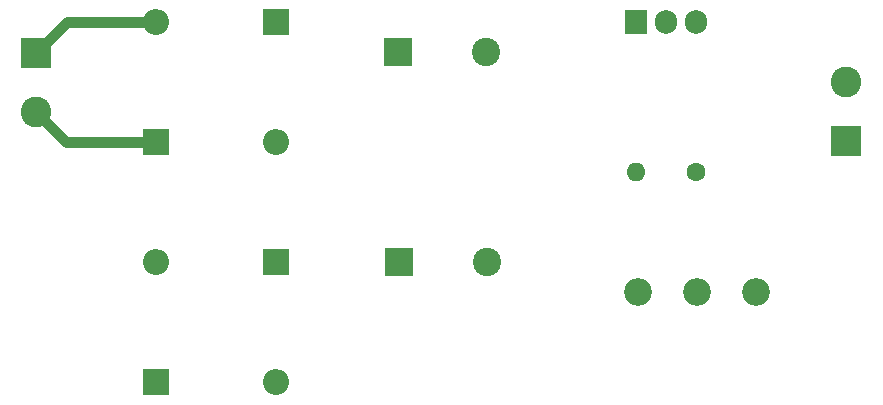
<source format=gbr>
%TF.GenerationSoftware,KiCad,Pcbnew,8.0.4*%
%TF.CreationDate,2024-08-26T01:45:40+02:00*%
%TF.ProjectId,regulateur_tension,72656775-6c61-4746-9575-725f74656e73,rev?*%
%TF.SameCoordinates,Original*%
%TF.FileFunction,Copper,L1,Top*%
%TF.FilePolarity,Positive*%
%FSLAX46Y46*%
G04 Gerber Fmt 4.6, Leading zero omitted, Abs format (unit mm)*
G04 Created by KiCad (PCBNEW 8.0.4) date 2024-08-26 01:45:40*
%MOMM*%
%LPD*%
G01*
G04 APERTURE LIST*
%TA.AperFunction,ComponentPad*%
%ADD10R,1.905000X2.000000*%
%TD*%
%TA.AperFunction,ComponentPad*%
%ADD11O,1.905000X2.000000*%
%TD*%
%TA.AperFunction,ComponentPad*%
%ADD12C,2.340000*%
%TD*%
%TA.AperFunction,ComponentPad*%
%ADD13C,1.600000*%
%TD*%
%TA.AperFunction,ComponentPad*%
%ADD14O,1.600000X1.600000*%
%TD*%
%TA.AperFunction,ComponentPad*%
%ADD15R,2.600000X2.600000*%
%TD*%
%TA.AperFunction,ComponentPad*%
%ADD16C,2.600000*%
%TD*%
%TA.AperFunction,ComponentPad*%
%ADD17R,2.200000X2.200000*%
%TD*%
%TA.AperFunction,ComponentPad*%
%ADD18O,2.200000X2.200000*%
%TD*%
%TA.AperFunction,ComponentPad*%
%ADD19R,2.400000X2.400000*%
%TD*%
%TA.AperFunction,ComponentPad*%
%ADD20C,2.400000*%
%TD*%
%TA.AperFunction,Conductor*%
%ADD21C,0.900000*%
%TD*%
G04 APERTURE END LIST*
D10*
%TO.P,U1,1,ADJ*%
%TO.N,Net-(U1-ADJ)*%
X68580000Y-17780000D03*
D11*
%TO.P,U1,2,VO*%
%TO.N,Net-(Output_DC1-Pin_2)*%
X71120000Y-17780000D03*
%TO.P,U1,3,VI*%
%TO.N,Net-(D1-K)*%
X73660000Y-17780000D03*
%TD*%
D12*
%TO.P,RV2,1,1*%
%TO.N,Net-(U1-ADJ)*%
X68740000Y-40640000D03*
%TO.P,RV2,2,2*%
%TO.N,GND*%
X73740000Y-40640000D03*
%TO.P,RV2,3,3*%
X78740000Y-40640000D03*
%TD*%
D13*
%TO.P,R1,1*%
%TO.N,Net-(Output_DC1-Pin_2)*%
X73660000Y-30480000D03*
D14*
%TO.P,R1,2*%
%TO.N,Net-(U1-ADJ)*%
X68580000Y-30480000D03*
%TD*%
D15*
%TO.P,Output_DC1,1,Pin_1*%
%TO.N,GND*%
X86360000Y-27860000D03*
D16*
%TO.P,Output_DC1,2,Pin_2*%
%TO.N,Net-(Output_DC1-Pin_2)*%
X86360000Y-22860000D03*
%TD*%
D15*
%TO.P,Input_VAC_LN1,1,Pin_1*%
%TO.N,Net-(D1-A)*%
X17780000Y-20400000D03*
D16*
%TO.P,Input_VAC_LN1,2,Pin_2*%
%TO.N,Net-(D2-K)*%
X17780000Y-25400000D03*
%TD*%
D17*
%TO.P,D4,1,K*%
%TO.N,Net-(D1-A)*%
X27940000Y-48260000D03*
D18*
%TO.P,D4,2,A*%
%TO.N,GND*%
X38100000Y-48260000D03*
%TD*%
D17*
%TO.P,D3,1,K*%
%TO.N,Net-(D1-K)*%
X38100000Y-38100000D03*
D18*
%TO.P,D3,2,A*%
%TO.N,Net-(D2-K)*%
X27940000Y-38100000D03*
%TD*%
%TO.P,D2,2,A*%
%TO.N,GND*%
X38100000Y-27940000D03*
D17*
%TO.P,D2,1,K*%
%TO.N,Net-(D2-K)*%
X27940000Y-27940000D03*
%TD*%
%TO.P,D1,1,K*%
%TO.N,Net-(D1-K)*%
X38100000Y-17780000D03*
D18*
%TO.P,D1,2,A*%
%TO.N,Net-(D1-A)*%
X27940000Y-17780000D03*
%TD*%
D19*
%TO.P,C2,1*%
%TO.N,Net-(D1-K)*%
X48460000Y-38100000D03*
D20*
%TO.P,C2,2*%
%TO.N,GND*%
X55960000Y-38100000D03*
%TD*%
D19*
%TO.P,C1,1*%
%TO.N,Net-(D1-K)*%
X48380000Y-20320000D03*
D20*
%TO.P,C1,2*%
%TO.N,GND*%
X55880000Y-20320000D03*
%TD*%
D21*
%TO.N,Net-(D2-K)*%
X20320000Y-27940000D02*
X17780000Y-25400000D01*
X27940000Y-27940000D02*
X20320000Y-27940000D01*
%TO.N,Net-(D1-A)*%
X20400000Y-17780000D02*
X17780000Y-20400000D01*
X27940000Y-17780000D02*
X20400000Y-17780000D01*
%TD*%
M02*

</source>
